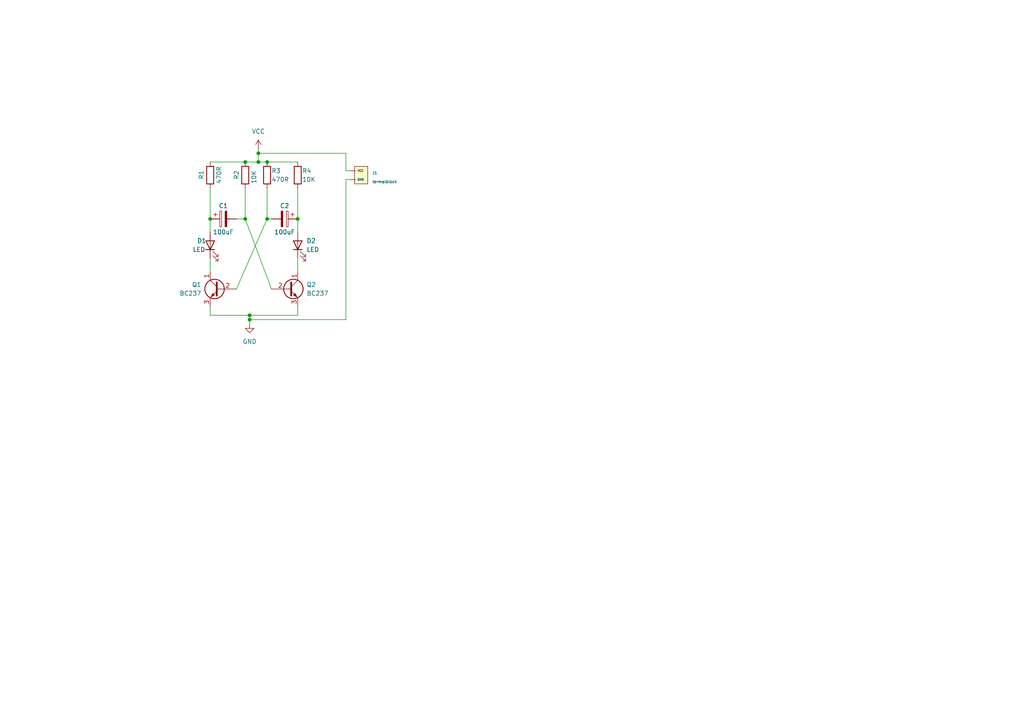
<source format=kicad_sch>
(kicad_sch (version 20211123) (generator eeschema)

  (uuid 2a009b08-65ef-4e1b-9d61-48948c2eec0e)

  (paper "A4")

  (lib_symbols
    (symbol "Device:C_Polarized" (pin_numbers hide) (pin_names (offset 0.254)) (in_bom yes) (on_board yes)
      (property "Reference" "C" (id 0) (at 0.635 2.54 0)
        (effects (font (size 1.27 1.27)) (justify left))
      )
      (property "Value" "C_Polarized" (id 1) (at 0.635 -2.54 0)
        (effects (font (size 1.27 1.27)) (justify left))
      )
      (property "Footprint" "" (id 2) (at 0.9652 -3.81 0)
        (effects (font (size 1.27 1.27)) hide)
      )
      (property "Datasheet" "~" (id 3) (at 0 0 0)
        (effects (font (size 1.27 1.27)) hide)
      )
      (property "ki_keywords" "cap capacitor" (id 4) (at 0 0 0)
        (effects (font (size 1.27 1.27)) hide)
      )
      (property "ki_description" "Polarized capacitor" (id 5) (at 0 0 0)
        (effects (font (size 1.27 1.27)) hide)
      )
      (property "ki_fp_filters" "CP_*" (id 6) (at 0 0 0)
        (effects (font (size 1.27 1.27)) hide)
      )
      (symbol "C_Polarized_0_1"
        (rectangle (start -2.286 0.508) (end 2.286 1.016)
          (stroke (width 0) (type default) (color 0 0 0 0))
          (fill (type none))
        )
        (polyline
          (pts
            (xy -1.778 2.286)
            (xy -0.762 2.286)
          )
          (stroke (width 0) (type default) (color 0 0 0 0))
          (fill (type none))
        )
        (polyline
          (pts
            (xy -1.27 2.794)
            (xy -1.27 1.778)
          )
          (stroke (width 0) (type default) (color 0 0 0 0))
          (fill (type none))
        )
        (rectangle (start 2.286 -0.508) (end -2.286 -1.016)
          (stroke (width 0) (type default) (color 0 0 0 0))
          (fill (type outline))
        )
      )
      (symbol "C_Polarized_1_1"
        (pin passive line (at 0 3.81 270) (length 2.794)
          (name "~" (effects (font (size 1.27 1.27))))
          (number "1" (effects (font (size 1.27 1.27))))
        )
        (pin passive line (at 0 -3.81 90) (length 2.794)
          (name "~" (effects (font (size 1.27 1.27))))
          (number "2" (effects (font (size 1.27 1.27))))
        )
      )
    )
    (symbol "Device:LED" (pin_numbers hide) (pin_names (offset 1.016) hide) (in_bom yes) (on_board yes)
      (property "Reference" "D" (id 0) (at 0 2.54 0)
        (effects (font (size 1.27 1.27)))
      )
      (property "Value" "LED" (id 1) (at 0 -2.54 0)
        (effects (font (size 1.27 1.27)))
      )
      (property "Footprint" "" (id 2) (at 0 0 0)
        (effects (font (size 1.27 1.27)) hide)
      )
      (property "Datasheet" "~" (id 3) (at 0 0 0)
        (effects (font (size 1.27 1.27)) hide)
      )
      (property "ki_keywords" "LED diode" (id 4) (at 0 0 0)
        (effects (font (size 1.27 1.27)) hide)
      )
      (property "ki_description" "Light emitting diode" (id 5) (at 0 0 0)
        (effects (font (size 1.27 1.27)) hide)
      )
      (property "ki_fp_filters" "LED* LED_SMD:* LED_THT:*" (id 6) (at 0 0 0)
        (effects (font (size 1.27 1.27)) hide)
      )
      (symbol "LED_0_1"
        (polyline
          (pts
            (xy -1.27 -1.27)
            (xy -1.27 1.27)
          )
          (stroke (width 0.254) (type default) (color 0 0 0 0))
          (fill (type none))
        )
        (polyline
          (pts
            (xy -1.27 0)
            (xy 1.27 0)
          )
          (stroke (width 0) (type default) (color 0 0 0 0))
          (fill (type none))
        )
        (polyline
          (pts
            (xy 1.27 -1.27)
            (xy 1.27 1.27)
            (xy -1.27 0)
            (xy 1.27 -1.27)
          )
          (stroke (width 0.254) (type default) (color 0 0 0 0))
          (fill (type none))
        )
        (polyline
          (pts
            (xy -3.048 -0.762)
            (xy -4.572 -2.286)
            (xy -3.81 -2.286)
            (xy -4.572 -2.286)
            (xy -4.572 -1.524)
          )
          (stroke (width 0) (type default) (color 0 0 0 0))
          (fill (type none))
        )
        (polyline
          (pts
            (xy -1.778 -0.762)
            (xy -3.302 -2.286)
            (xy -2.54 -2.286)
            (xy -3.302 -2.286)
            (xy -3.302 -1.524)
          )
          (stroke (width 0) (type default) (color 0 0 0 0))
          (fill (type none))
        )
      )
      (symbol "LED_1_1"
        (pin passive line (at -3.81 0 0) (length 2.54)
          (name "K" (effects (font (size 1.27 1.27))))
          (number "1" (effects (font (size 1.27 1.27))))
        )
        (pin passive line (at 3.81 0 180) (length 2.54)
          (name "A" (effects (font (size 1.27 1.27))))
          (number "2" (effects (font (size 1.27 1.27))))
        )
      )
    )
    (symbol "Device:R" (pin_numbers hide) (pin_names (offset 0)) (in_bom yes) (on_board yes)
      (property "Reference" "R" (id 0) (at 2.032 0 90)
        (effects (font (size 1.27 1.27)))
      )
      (property "Value" "R" (id 1) (at 0 0 90)
        (effects (font (size 1.27 1.27)))
      )
      (property "Footprint" "" (id 2) (at -1.778 0 90)
        (effects (font (size 1.27 1.27)) hide)
      )
      (property "Datasheet" "~" (id 3) (at 0 0 0)
        (effects (font (size 1.27 1.27)) hide)
      )
      (property "ki_keywords" "R res resistor" (id 4) (at 0 0 0)
        (effects (font (size 1.27 1.27)) hide)
      )
      (property "ki_description" "Resistor" (id 5) (at 0 0 0)
        (effects (font (size 1.27 1.27)) hide)
      )
      (property "ki_fp_filters" "R_*" (id 6) (at 0 0 0)
        (effects (font (size 1.27 1.27)) hide)
      )
      (symbol "R_0_1"
        (rectangle (start -1.016 -2.54) (end 1.016 2.54)
          (stroke (width 0.254) (type default) (color 0 0 0 0))
          (fill (type none))
        )
      )
      (symbol "R_1_1"
        (pin passive line (at 0 3.81 270) (length 1.27)
          (name "~" (effects (font (size 1.27 1.27))))
          (number "1" (effects (font (size 1.27 1.27))))
        )
        (pin passive line (at 0 -3.81 90) (length 1.27)
          (name "~" (effects (font (size 1.27 1.27))))
          (number "2" (effects (font (size 1.27 1.27))))
        )
      )
    )
    (symbol "Transistor_BJT:BC237" (pin_names (offset 0) hide) (in_bom yes) (on_board yes)
      (property "Reference" "Q" (id 0) (at 5.08 1.905 0)
        (effects (font (size 1.27 1.27)) (justify left))
      )
      (property "Value" "BC237" (id 1) (at 5.08 0 0)
        (effects (font (size 1.27 1.27)) (justify left))
      )
      (property "Footprint" "Package_TO_SOT_THT:TO-92_Inline" (id 2) (at 5.08 -1.905 0)
        (effects (font (size 1.27 1.27) italic) (justify left) hide)
      )
      (property "Datasheet" "http://www.onsemi.com/pub_link/Collateral/BC237-D.PDF" (id 3) (at 0 0 0)
        (effects (font (size 1.27 1.27)) (justify left) hide)
      )
      (property "ki_keywords" "Epitaxial Silicon NPN Transistor" (id 4) (at 0 0 0)
        (effects (font (size 1.27 1.27)) hide)
      )
      (property "ki_description" "100mA Ic, 50V Vce, Epitaxial Silicon NPN Transistor, TO-92" (id 5) (at 0 0 0)
        (effects (font (size 1.27 1.27)) hide)
      )
      (property "ki_fp_filters" "TO?92*" (id 6) (at 0 0 0)
        (effects (font (size 1.27 1.27)) hide)
      )
      (symbol "BC237_0_1"
        (polyline
          (pts
            (xy 0 0)
            (xy 0.635 0)
          )
          (stroke (width 0) (type default) (color 0 0 0 0))
          (fill (type none))
        )
        (polyline
          (pts
            (xy 0.635 0.635)
            (xy 2.54 2.54)
          )
          (stroke (width 0) (type default) (color 0 0 0 0))
          (fill (type none))
        )
        (polyline
          (pts
            (xy 0.635 -0.635)
            (xy 2.54 -2.54)
            (xy 2.54 -2.54)
          )
          (stroke (width 0) (type default) (color 0 0 0 0))
          (fill (type none))
        )
        (polyline
          (pts
            (xy 0.635 1.905)
            (xy 0.635 -1.905)
            (xy 0.635 -1.905)
          )
          (stroke (width 0.508) (type default) (color 0 0 0 0))
          (fill (type none))
        )
        (polyline
          (pts
            (xy 1.27 -1.778)
            (xy 1.778 -1.27)
            (xy 2.286 -2.286)
            (xy 1.27 -1.778)
            (xy 1.27 -1.778)
          )
          (stroke (width 0) (type default) (color 0 0 0 0))
          (fill (type outline))
        )
        (circle (center 1.27 0) (radius 2.8194)
          (stroke (width 0.254) (type default) (color 0 0 0 0))
          (fill (type none))
        )
      )
      (symbol "BC237_1_1"
        (pin passive line (at 2.54 5.08 270) (length 2.54)
          (name "C" (effects (font (size 1.27 1.27))))
          (number "1" (effects (font (size 1.27 1.27))))
        )
        (pin input line (at -5.08 0 0) (length 5.08)
          (name "B" (effects (font (size 1.27 1.27))))
          (number "2" (effects (font (size 1.27 1.27))))
        )
        (pin passive line (at 2.54 -5.08 90) (length 2.54)
          (name "E" (effects (font (size 1.27 1.27))))
          (number "3" (effects (font (size 1.27 1.27))))
        )
      )
    )
    (symbol "library1:termalblock" (in_bom yes) (on_board yes)
      (property "Reference" "J?" (id 0) (at -1.27 1.27 0)
        (effects (font (size 0.8 0.8)))
      )
      (property "Value" "termalblock" (id 1) (at 3.81 1.27 0)
        (effects (font (size 0.8 0.8) italic))
      )
      (property "Footprint" "" (id 2) (at -1.27 0 0)
        (effects (font (size 1.27 1.27)) hide)
      )
      (property "Datasheet" "" (id 3) (at -1.27 0 0)
        (effects (font (size 1.27 1.27)) hide)
      )
      (symbol "termalblock_0_1"
        (rectangle (start 0 0) (end 3.81 -5.08)
          (stroke (width 0) (type default) (color 0 0 0 0))
          (fill (type background))
        )
      )
      (symbol "termalblock_1_1"
        (pin power_in line (at -1.27 -3.81 0) (length 1.5)
          (name "GND" (effects (font (size 0.6 0.6))))
          (number "" (effects (font (size 0.6 0.6))))
        )
        (pin power_in line (at -1.27 -1.27 0) (length 1.5)
          (name "VCC" (effects (font (size 0.6 0.6))))
          (number "" (effects (font (size 0.6 0.6))))
        )
      )
    )
    (symbol "power:GND" (power) (pin_names (offset 0)) (in_bom yes) (on_board yes)
      (property "Reference" "#PWR" (id 0) (at 0 -6.35 0)
        (effects (font (size 1.27 1.27)) hide)
      )
      (property "Value" "GND" (id 1) (at 0 -3.81 0)
        (effects (font (size 1.27 1.27)))
      )
      (property "Footprint" "" (id 2) (at 0 0 0)
        (effects (font (size 1.27 1.27)) hide)
      )
      (property "Datasheet" "" (id 3) (at 0 0 0)
        (effects (font (size 1.27 1.27)) hide)
      )
      (property "ki_keywords" "power-flag" (id 4) (at 0 0 0)
        (effects (font (size 1.27 1.27)) hide)
      )
      (property "ki_description" "Power symbol creates a global label with name \"GND\" , ground" (id 5) (at 0 0 0)
        (effects (font (size 1.27 1.27)) hide)
      )
      (symbol "GND_0_1"
        (polyline
          (pts
            (xy 0 0)
            (xy 0 -1.27)
            (xy 1.27 -1.27)
            (xy 0 -2.54)
            (xy -1.27 -1.27)
            (xy 0 -1.27)
          )
          (stroke (width 0) (type default) (color 0 0 0 0))
          (fill (type none))
        )
      )
      (symbol "GND_1_1"
        (pin power_in line (at 0 0 270) (length 0) hide
          (name "GND" (effects (font (size 1.27 1.27))))
          (number "1" (effects (font (size 1.27 1.27))))
        )
      )
    )
    (symbol "power:VCC" (power) (pin_names (offset 0)) (in_bom yes) (on_board yes)
      (property "Reference" "#PWR" (id 0) (at 0 -3.81 0)
        (effects (font (size 1.27 1.27)) hide)
      )
      (property "Value" "VCC" (id 1) (at 0 3.81 0)
        (effects (font (size 1.27 1.27)))
      )
      (property "Footprint" "" (id 2) (at 0 0 0)
        (effects (font (size 1.27 1.27)) hide)
      )
      (property "Datasheet" "" (id 3) (at 0 0 0)
        (effects (font (size 1.27 1.27)) hide)
      )
      (property "ki_keywords" "power-flag" (id 4) (at 0 0 0)
        (effects (font (size 1.27 1.27)) hide)
      )
      (property "ki_description" "Power symbol creates a global label with name \"VCC\"" (id 5) (at 0 0 0)
        (effects (font (size 1.27 1.27)) hide)
      )
      (symbol "VCC_0_1"
        (polyline
          (pts
            (xy -0.762 1.27)
            (xy 0 2.54)
          )
          (stroke (width 0) (type default) (color 0 0 0 0))
          (fill (type none))
        )
        (polyline
          (pts
            (xy 0 0)
            (xy 0 2.54)
          )
          (stroke (width 0) (type default) (color 0 0 0 0))
          (fill (type none))
        )
        (polyline
          (pts
            (xy 0 2.54)
            (xy 0.762 1.27)
          )
          (stroke (width 0) (type default) (color 0 0 0 0))
          (fill (type none))
        )
      )
      (symbol "VCC_1_1"
        (pin power_in line (at 0 0 90) (length 0) hide
          (name "VCC" (effects (font (size 1.27 1.27))))
          (number "1" (effects (font (size 1.27 1.27))))
        )
      )
    )
  )


  (junction (at 72.39 91.44) (diameter 0) (color 0 0 0 0)
    (uuid 0ee2d0df-ed0c-4948-bfca-3c046670646e)
  )
  (junction (at 77.47 63.5) (diameter 0) (color 0 0 0 0)
    (uuid 27c5191a-3fdd-40cd-963f-a99c46e162cd)
  )
  (junction (at 72.39 92.71) (diameter 0) (color 0 0 0 0)
    (uuid 39972e9a-09f7-48dc-8eca-28d391ae2ac5)
  )
  (junction (at 60.96 63.5) (diameter 0) (color 0 0 0 0)
    (uuid 39f96a73-3fee-43fb-bc89-363e053d52b9)
  )
  (junction (at 74.93 44.45) (diameter 0) (color 0 0 0 0)
    (uuid 6856c8fe-4138-452d-a758-b13fa0520ab3)
  )
  (junction (at 86.36 63.5) (diameter 0) (color 0 0 0 0)
    (uuid 6b342f37-ea0c-4419-8fc5-8583bc0ef3e8)
  )
  (junction (at 77.47 46.99) (diameter 0) (color 0 0 0 0)
    (uuid 99a8a102-f87d-48c8-a5c0-28eef50eb135)
  )
  (junction (at 74.93 46.99) (diameter 0) (color 0 0 0 0)
    (uuid 9bbc53fc-e891-4af6-89fa-54274545836c)
  )
  (junction (at 71.12 63.5) (diameter 0) (color 0 0 0 0)
    (uuid b376361b-1b6d-4db5-b01d-90e8ca75d38e)
  )
  (junction (at 71.12 46.99) (diameter 0) (color 0 0 0 0)
    (uuid f62c8bfc-fb40-4d28-b4c5-104dbc2591f9)
  )

  (wire (pts (xy 86.36 54.61) (xy 86.36 63.5))
    (stroke (width 0) (type default) (color 0 0 0 0))
    (uuid 01158ca6-3da7-4946-8c1b-ed8f916c231e)
  )
  (wire (pts (xy 74.93 44.45) (xy 74.93 46.99))
    (stroke (width 0) (type default) (color 0 0 0 0))
    (uuid 100bad99-a85a-4426-83ec-0b9e7f9d2e91)
  )
  (wire (pts (xy 74.93 43.18) (xy 74.93 44.45))
    (stroke (width 0) (type default) (color 0 0 0 0))
    (uuid 2145e8b1-4e5f-483d-a5f4-15240db84dda)
  )
  (wire (pts (xy 71.12 46.99) (xy 74.93 46.99))
    (stroke (width 0) (type default) (color 0 0 0 0))
    (uuid 21fe7181-6479-45a4-8ef4-ba984871870d)
  )
  (wire (pts (xy 68.58 83.82) (xy 77.47 63.5))
    (stroke (width 0) (type default) (color 0 0 0 0))
    (uuid 32699bb5-6c12-48e8-be74-6c988c1ccb77)
  )
  (wire (pts (xy 71.12 54.61) (xy 71.12 63.5))
    (stroke (width 0) (type default) (color 0 0 0 0))
    (uuid 365b32e5-e74d-45cd-8c19-e294d40c4bf3)
  )
  (wire (pts (xy 78.74 83.82) (xy 71.12 63.5))
    (stroke (width 0) (type default) (color 0 0 0 0))
    (uuid 38e9fb8a-f360-4418-96db-53cd1b2fb3df)
  )
  (wire (pts (xy 86.36 63.5) (xy 86.36 67.31))
    (stroke (width 0) (type default) (color 0 0 0 0))
    (uuid 3907f0b0-4a80-475a-8bcc-99600ab5e25c)
  )
  (wire (pts (xy 74.93 46.99) (xy 77.47 46.99))
    (stroke (width 0) (type default) (color 0 0 0 0))
    (uuid 3a34087c-d377-40bb-ab19-c93a5e992b02)
  )
  (wire (pts (xy 86.36 91.44) (xy 86.36 88.9))
    (stroke (width 0) (type default) (color 0 0 0 0))
    (uuid 3d76ed3a-98df-4198-891c-c43a42fb56b5)
  )
  (wire (pts (xy 100.33 52.07) (xy 100.33 92.71))
    (stroke (width 0) (type default) (color 0 0 0 0))
    (uuid 487ab2f7-80e2-4245-8cda-df0de84f92d6)
  )
  (wire (pts (xy 77.47 54.61) (xy 77.47 63.5))
    (stroke (width 0) (type default) (color 0 0 0 0))
    (uuid 4f553c7e-4631-4f29-9ac2-294c4b283770)
  )
  (wire (pts (xy 100.33 44.45) (xy 100.33 49.53))
    (stroke (width 0) (type default) (color 0 0 0 0))
    (uuid 6c0dd408-71ac-4d03-8abb-d7e49eec9ab0)
  )
  (wire (pts (xy 72.39 91.44) (xy 86.36 91.44))
    (stroke (width 0) (type default) (color 0 0 0 0))
    (uuid 70ee00c7-40db-491a-a00b-d6d114cc27c7)
  )
  (wire (pts (xy 72.39 91.44) (xy 72.39 92.71))
    (stroke (width 0) (type default) (color 0 0 0 0))
    (uuid 738b3c3d-cc7c-488d-80a0-dcab07c4b789)
  )
  (wire (pts (xy 60.96 88.9) (xy 60.96 91.44))
    (stroke (width 0) (type default) (color 0 0 0 0))
    (uuid 785e3542-76aa-4fc1-8ae3-59466d79c2a3)
  )
  (wire (pts (xy 100.33 49.53) (xy 101.6 49.53))
    (stroke (width 0) (type default) (color 0 0 0 0))
    (uuid 7adaad9a-3ec9-44ee-9815-44aa0064ef94)
  )
  (wire (pts (xy 60.96 63.5) (xy 60.96 67.31))
    (stroke (width 0) (type default) (color 0 0 0 0))
    (uuid 84c86b69-478c-454b-a26a-fda258fc1569)
  )
  (wire (pts (xy 77.47 46.99) (xy 86.36 46.99))
    (stroke (width 0) (type default) (color 0 0 0 0))
    (uuid 8af77a85-0999-4757-8309-8a56ac6214b3)
  )
  (wire (pts (xy 100.33 92.71) (xy 72.39 92.71))
    (stroke (width 0) (type default) (color 0 0 0 0))
    (uuid a1b3522e-55c5-4eb5-8acd-0dd995d74d7a)
  )
  (wire (pts (xy 60.96 46.99) (xy 71.12 46.99))
    (stroke (width 0) (type default) (color 0 0 0 0))
    (uuid a22ca40a-5eed-4cfb-b54b-fdf290b4b6c5)
  )
  (wire (pts (xy 100.33 44.45) (xy 74.93 44.45))
    (stroke (width 0) (type default) (color 0 0 0 0))
    (uuid aff2abc8-14c6-4ac2-82a0-91a798130126)
  )
  (wire (pts (xy 60.96 91.44) (xy 72.39 91.44))
    (stroke (width 0) (type default) (color 0 0 0 0))
    (uuid b2a4eb1c-dab9-4255-a922-493ff9541ae6)
  )
  (wire (pts (xy 86.36 74.93) (xy 86.36 78.74))
    (stroke (width 0) (type default) (color 0 0 0 0))
    (uuid bb1f8e0a-7c8d-40c6-933f-c648df2405e1)
  )
  (wire (pts (xy 72.39 92.71) (xy 72.39 93.98))
    (stroke (width 0) (type default) (color 0 0 0 0))
    (uuid e55e1047-8375-440a-9726-0001a335e034)
  )
  (wire (pts (xy 60.96 74.93) (xy 60.96 78.74))
    (stroke (width 0) (type default) (color 0 0 0 0))
    (uuid ed7197ba-56f8-4437-ace8-4a2e8250e11b)
  )
  (wire (pts (xy 77.47 63.5) (xy 78.74 63.5))
    (stroke (width 0) (type default) (color 0 0 0 0))
    (uuid f0e6fa8d-a228-4849-9b66-f6a5e19de410)
  )
  (wire (pts (xy 60.96 54.61) (xy 60.96 63.5))
    (stroke (width 0) (type default) (color 0 0 0 0))
    (uuid f7a542e1-4cca-456f-b348-1f26c0ce7d28)
  )
  (wire (pts (xy 100.33 52.07) (xy 101.6 52.07))
    (stroke (width 0) (type default) (color 0 0 0 0))
    (uuid f869eabd-deed-4b0c-ac41-e34429e19e0c)
  )
  (wire (pts (xy 71.12 63.5) (xy 68.58 63.5))
    (stroke (width 0) (type default) (color 0 0 0 0))
    (uuid feeb09ad-2a1f-4287-a65e-d4cb21f22259)
  )

  (symbol (lib_id "Device:LED") (at 60.96 71.12 90) (unit 1)
    (in_bom yes) (on_board yes)
    (uuid 2ae6f038-a784-4888-a0e6-bf681908316a)
    (property "Reference" "D1" (id 0) (at 57.15 69.85 90)
      (effects (font (size 1.27 1.27)) (justify right))
    )
    (property "Value" "LED" (id 1) (at 55.88 72.39 90)
      (effects (font (size 1.27 1.27)) (justify right))
    )
    (property "Footprint" "LED_THT:LED_D8.0mm" (id 2) (at 60.96 71.12 0)
      (effects (font (size 1.27 1.27)) hide)
    )
    (property "Datasheet" "~" (id 3) (at 60.96 71.12 0)
      (effects (font (size 1.27 1.27)) hide)
    )
    (pin "1" (uuid 29384728-de60-4434-b810-e2c3b9da5a84))
    (pin "2" (uuid b8527b15-b668-44da-8e64-036ede6b9596))
  )

  (symbol (lib_id "Transistor_BJT:BC237") (at 63.5 83.82 0) (mirror y) (unit 1)
    (in_bom yes) (on_board yes) (fields_autoplaced)
    (uuid 58177c5d-d78d-4db8-abaa-fb3d0487fbc4)
    (property "Reference" "Q1" (id 0) (at 58.42 82.5499 0)
      (effects (font (size 1.27 1.27)) (justify left))
    )
    (property "Value" "BC237" (id 1) (at 58.42 85.0899 0)
      (effects (font (size 1.27 1.27)) (justify left))
    )
    (property "Footprint" "Package_TO_SOT_THT:TO-92_Inline" (id 2) (at 58.42 85.725 0)
      (effects (font (size 1.27 1.27) italic) (justify left) hide)
    )
    (property "Datasheet" "http://www.onsemi.com/pub_link/Collateral/BC237-D.PDF" (id 3) (at 63.5 83.82 0)
      (effects (font (size 1.27 1.27)) (justify left) hide)
    )
    (pin "1" (uuid 87577509-2635-4f48-8787-49fbaba84cac))
    (pin "2" (uuid d1c3cf41-9ebf-4621-a13e-83cd3c32c098))
    (pin "3" (uuid 32c41a85-a52a-4088-8b42-572953cc858d))
  )

  (symbol (lib_id "library1:termalblock") (at 102.87 48.26 0) (unit 1)
    (in_bom yes) (on_board yes) (fields_autoplaced)
    (uuid 5e9b3f56-1739-4919-ae46-5f14bcb096bf)
    (property "Reference" "J1" (id 0) (at 107.95 50.165 0)
      (effects (font (size 0.8 0.8)) (justify left))
    )
    (property "Value" "termalblock" (id 1) (at 107.95 52.705 0)
      (effects (font (size 0.8 0.8) italic) (justify left))
    )
    (property "Footprint" "lib_pcb:thermalblock" (id 2) (at 101.6 48.26 0)
      (effects (font (size 1.27 1.27)) hide)
    )
    (property "Datasheet" "" (id 3) (at 101.6 48.26 0)
      (effects (font (size 1.27 1.27)) hide)
    )
    (pin "" (uuid 9ac02756-2497-408e-8c0d-8518856024df))
    (pin "" (uuid a521db6a-40bb-4bf3-8e07-db4d747feeb9))
  )

  (symbol (lib_id "Device:C_Polarized") (at 64.77 63.5 90) (mirror x) (unit 1)
    (in_bom yes) (on_board yes)
    (uuid 6803eb28-3a6a-4c20-b706-b152260cd1f4)
    (property "Reference" "C1" (id 0) (at 64.77 59.69 90))
    (property "Value" "100uF" (id 1) (at 64.77 67.31 90))
    (property "Footprint" "Capacitor_THT:CP_Radial_D14.0mm_P5.00mm" (id 2) (at 68.58 64.4652 0)
      (effects (font (size 1.27 1.27)) hide)
    )
    (property "Datasheet" "~" (id 3) (at 64.77 63.5 0)
      (effects (font (size 1.27 1.27)) hide)
    )
    (pin "1" (uuid 8660d9ae-04e0-470a-8550-e19f0f61f605))
    (pin "2" (uuid 977ebccd-a2ec-4e71-9030-8cb2b53fabe4))
  )

  (symbol (lib_id "Device:LED") (at 86.36 71.12 90) (unit 1)
    (in_bom yes) (on_board yes)
    (uuid 6cc23cff-eeb7-437b-8ad3-f52e7674a92d)
    (property "Reference" "D2" (id 0) (at 88.9 69.85 90)
      (effects (font (size 1.27 1.27)) (justify right))
    )
    (property "Value" "LED" (id 1) (at 88.9 72.39 90)
      (effects (font (size 1.27 1.27)) (justify right))
    )
    (property "Footprint" "LED_THT:LED_D8.0mm" (id 2) (at 86.36 71.12 0)
      (effects (font (size 1.27 1.27)) hide)
    )
    (property "Datasheet" "~" (id 3) (at 86.36 71.12 0)
      (effects (font (size 1.27 1.27)) hide)
    )
    (pin "1" (uuid bac755a3-8d8e-4c54-9913-18c69e9d76f3))
    (pin "2" (uuid 1dc74d2f-47be-40a7-8680-7c0506084092))
  )

  (symbol (lib_id "Device:R") (at 60.96 50.8 0) (unit 1)
    (in_bom yes) (on_board yes)
    (uuid 6e5608bf-6ef2-4ee0-a325-5a2daf4d65e2)
    (property "Reference" "R1" (id 0) (at 58.42 52.07 90)
      (effects (font (size 1.27 1.27)) (justify left))
    )
    (property "Value" "470R" (id 1) (at 63.5 53.34 90)
      (effects (font (size 1.27 1.27)) (justify left))
    )
    (property "Footprint" "Resistor_THT:R_Axial_DIN0204_L3.6mm_D1.6mm_P5.08mm_Horizontal" (id 2) (at 59.182 50.8 90)
      (effects (font (size 1.27 1.27)) hide)
    )
    (property "Datasheet" "~" (id 3) (at 60.96 50.8 0)
      (effects (font (size 1.27 1.27)) hide)
    )
    (pin "1" (uuid 7118b202-ef8d-4e6a-a2bc-6a79ba369889))
    (pin "2" (uuid 6ae4ec99-eb20-4d16-abc5-5524efecdc4e))
  )

  (symbol (lib_id "Device:R") (at 71.12 50.8 0) (unit 1)
    (in_bom yes) (on_board yes)
    (uuid 8c2a10e9-21e8-4069-a69f-2d490a8cf7bc)
    (property "Reference" "R2" (id 0) (at 68.58 52.07 90)
      (effects (font (size 1.27 1.27)) (justify left))
    )
    (property "Value" "10K" (id 1) (at 73.66 53.34 90)
      (effects (font (size 1.27 1.27)) (justify left))
    )
    (property "Footprint" "Resistor_THT:R_Axial_DIN0204_L3.6mm_D1.6mm_P5.08mm_Horizontal" (id 2) (at 69.342 50.8 90)
      (effects (font (size 1.27 1.27)) hide)
    )
    (property "Datasheet" "~" (id 3) (at 71.12 50.8 0)
      (effects (font (size 1.27 1.27)) hide)
    )
    (pin "1" (uuid 8bc079ae-6b14-4735-bf77-ccd0474feaf1))
    (pin "2" (uuid 09ec6fcf-04eb-4b07-8134-5859bc73b329))
  )

  (symbol (lib_id "Device:C_Polarized") (at 82.55 63.5 270) (unit 1)
    (in_bom yes) (on_board yes)
    (uuid 970b09d6-06db-4a25-be9e-9787ebb660e3)
    (property "Reference" "C2" (id 0) (at 82.55 59.69 90))
    (property "Value" "100uF" (id 1) (at 82.55 67.31 90))
    (property "Footprint" "Capacitor_THT:CP_Radial_D14.0mm_P5.00mm" (id 2) (at 78.74 64.4652 0)
      (effects (font (size 1.27 1.27)) hide)
    )
    (property "Datasheet" "~" (id 3) (at 82.55 63.5 0)
      (effects (font (size 1.27 1.27)) hide)
    )
    (pin "1" (uuid b4f390bc-04e0-4745-a26f-fdf335ed4c4c))
    (pin "2" (uuid 20452cc3-191b-4525-b6db-89c7f926d5bb))
  )

  (symbol (lib_id "Transistor_BJT:BC237") (at 83.82 83.82 0) (unit 1)
    (in_bom yes) (on_board yes) (fields_autoplaced)
    (uuid a75b1e97-ce93-4abd-9c95-cdc822e064c3)
    (property "Reference" "Q2" (id 0) (at 88.9 82.5499 0)
      (effects (font (size 1.27 1.27)) (justify left))
    )
    (property "Value" "BC237" (id 1) (at 88.9 85.0899 0)
      (effects (font (size 1.27 1.27)) (justify left))
    )
    (property "Footprint" "Package_TO_SOT_THT:TO-92_Inline" (id 2) (at 88.9 85.725 0)
      (effects (font (size 1.27 1.27) italic) (justify left) hide)
    )
    (property "Datasheet" "http://www.onsemi.com/pub_link/Collateral/BC237-D.PDF" (id 3) (at 83.82 83.82 0)
      (effects (font (size 1.27 1.27)) (justify left) hide)
    )
    (pin "1" (uuid 7d9b6816-4aa7-47c7-92e8-ab114c1a4648))
    (pin "2" (uuid 600d2788-6fec-48c6-a459-13c655b2779b))
    (pin "3" (uuid 4373a97e-46dc-4311-98f7-7205820fc223))
  )

  (symbol (lib_id "power:VCC") (at 74.93 43.18 0) (unit 1)
    (in_bom yes) (on_board yes) (fields_autoplaced)
    (uuid af97d84e-b435-4b10-90ee-0a817eee6ee8)
    (property "Reference" "#PWR02" (id 0) (at 74.93 46.99 0)
      (effects (font (size 1.27 1.27)) hide)
    )
    (property "Value" "VCC" (id 1) (at 74.93 38.1 0))
    (property "Footprint" "" (id 2) (at 74.93 43.18 0)
      (effects (font (size 1.27 1.27)) hide)
    )
    (property "Datasheet" "" (id 3) (at 74.93 43.18 0)
      (effects (font (size 1.27 1.27)) hide)
    )
    (pin "1" (uuid abebd398-9ca6-463d-bf3d-1910fe01c6e0))
  )

  (symbol (lib_id "Device:R") (at 86.36 50.8 0) (unit 1)
    (in_bom yes) (on_board yes)
    (uuid b6b8b5b8-bb45-478c-9b83-646ddaba533f)
    (property "Reference" "R4" (id 0) (at 87.63 49.53 0)
      (effects (font (size 1.27 1.27)) (justify left))
    )
    (property "Value" "10K" (id 1) (at 87.63 52.07 0)
      (effects (font (size 1.27 1.27)) (justify left))
    )
    (property "Footprint" "Resistor_THT:R_Axial_DIN0204_L3.6mm_D1.6mm_P5.08mm_Horizontal" (id 2) (at 84.582 50.8 90)
      (effects (font (size 1.27 1.27)) hide)
    )
    (property "Datasheet" "~" (id 3) (at 86.36 50.8 0)
      (effects (font (size 1.27 1.27)) hide)
    )
    (pin "1" (uuid 90603ef2-d4b0-4c30-a7c3-2cfc8f1da42a))
    (pin "2" (uuid b28e7e72-3529-436a-b6f7-55ccd4b763ac))
  )

  (symbol (lib_id "Device:R") (at 77.47 50.8 0) (unit 1)
    (in_bom yes) (on_board yes)
    (uuid b863672d-4783-4392-b306-b0f02f7d0dee)
    (property "Reference" "R3" (id 0) (at 78.74 49.53 0)
      (effects (font (size 1.27 1.27)) (justify left))
    )
    (property "Value" "470R" (id 1) (at 78.74 52.07 0)
      (effects (font (size 1.27 1.27)) (justify left))
    )
    (property "Footprint" "Resistor_THT:R_Axial_DIN0204_L3.6mm_D1.6mm_P5.08mm_Horizontal" (id 2) (at 75.692 50.8 90)
      (effects (font (size 1.27 1.27)) hide)
    )
    (property "Datasheet" "~" (id 3) (at 77.47 50.8 0)
      (effects (font (size 1.27 1.27)) hide)
    )
    (pin "1" (uuid 862763fb-eef4-425f-a08a-ed41c5067e43))
    (pin "2" (uuid 9ec63772-073d-49b0-b17a-e58ee380bc5a))
  )

  (symbol (lib_id "power:GND") (at 72.39 93.98 0) (unit 1)
    (in_bom yes) (on_board yes) (fields_autoplaced)
    (uuid cd6c74f1-3f54-48b5-a774-2281b18309b0)
    (property "Reference" "#PWR01" (id 0) (at 72.39 100.33 0)
      (effects (font (size 1.27 1.27)) hide)
    )
    (property "Value" "GND" (id 1) (at 72.39 99.06 0))
    (property "Footprint" "" (id 2) (at 72.39 93.98 0)
      (effects (font (size 1.27 1.27)) hide)
    )
    (property "Datasheet" "" (id 3) (at 72.39 93.98 0)
      (effects (font (size 1.27 1.27)) hide)
    )
    (pin "1" (uuid 300c3998-3b78-46d3-a2d5-3781437c7876))
  )

  (sheet_instances
    (path "/" (page "1"))
  )

  (symbol_instances
    (path "/cd6c74f1-3f54-48b5-a774-2281b18309b0"
      (reference "#PWR01") (unit 1) (value "GND") (footprint "")
    )
    (path "/af97d84e-b435-4b10-90ee-0a817eee6ee8"
      (reference "#PWR02") (unit 1) (value "VCC") (footprint "")
    )
    (path "/6803eb28-3a6a-4c20-b706-b152260cd1f4"
      (reference "C1") (unit 1) (value "100uF") (footprint "Capacitor_THT:CP_Radial_D14.0mm_P5.00mm")
    )
    (path "/970b09d6-06db-4a25-be9e-9787ebb660e3"
      (reference "C2") (unit 1) (value "100uF") (footprint "Capacitor_THT:CP_Radial_D14.0mm_P5.00mm")
    )
    (path "/2ae6f038-a784-4888-a0e6-bf681908316a"
      (reference "D1") (unit 1) (value "LED") (footprint "LED_THT:LED_D8.0mm")
    )
    (path "/6cc23cff-eeb7-437b-8ad3-f52e7674a92d"
      (reference "D2") (unit 1) (value "LED") (footprint "LED_THT:LED_D8.0mm")
    )
    (path "/5e9b3f56-1739-4919-ae46-5f14bcb096bf"
      (reference "J1") (unit 1) (value "termalblock") (footprint "lib_pcb:thermalblock")
    )
    (path "/58177c5d-d78d-4db8-abaa-fb3d0487fbc4"
      (reference "Q1") (unit 1) (value "BC237") (footprint "Package_TO_SOT_THT:TO-92_Inline")
    )
    (path "/a75b1e97-ce93-4abd-9c95-cdc822e064c3"
      (reference "Q2") (unit 1) (value "BC237") (footprint "Package_TO_SOT_THT:TO-92_Inline")
    )
    (path "/6e5608bf-6ef2-4ee0-a325-5a2daf4d65e2"
      (reference "R1") (unit 1) (value "470R") (footprint "Resistor_THT:R_Axial_DIN0204_L3.6mm_D1.6mm_P5.08mm_Horizontal")
    )
    (path "/8c2a10e9-21e8-4069-a69f-2d490a8cf7bc"
      (reference "R2") (unit 1) (value "10K") (footprint "Resistor_THT:R_Axial_DIN0204_L3.6mm_D1.6mm_P5.08mm_Horizontal")
    )
    (path "/b863672d-4783-4392-b306-b0f02f7d0dee"
      (reference "R3") (unit 1) (value "470R") (footprint "Resistor_THT:R_Axial_DIN0204_L3.6mm_D1.6mm_P5.08mm_Horizontal")
    )
    (path "/b6b8b5b8-bb45-478c-9b83-646ddaba533f"
      (reference "R4") (unit 1) (value "10K") (footprint "Resistor_THT:R_Axial_DIN0204_L3.6mm_D1.6mm_P5.08mm_Horizontal")
    )
  )
)

</source>
